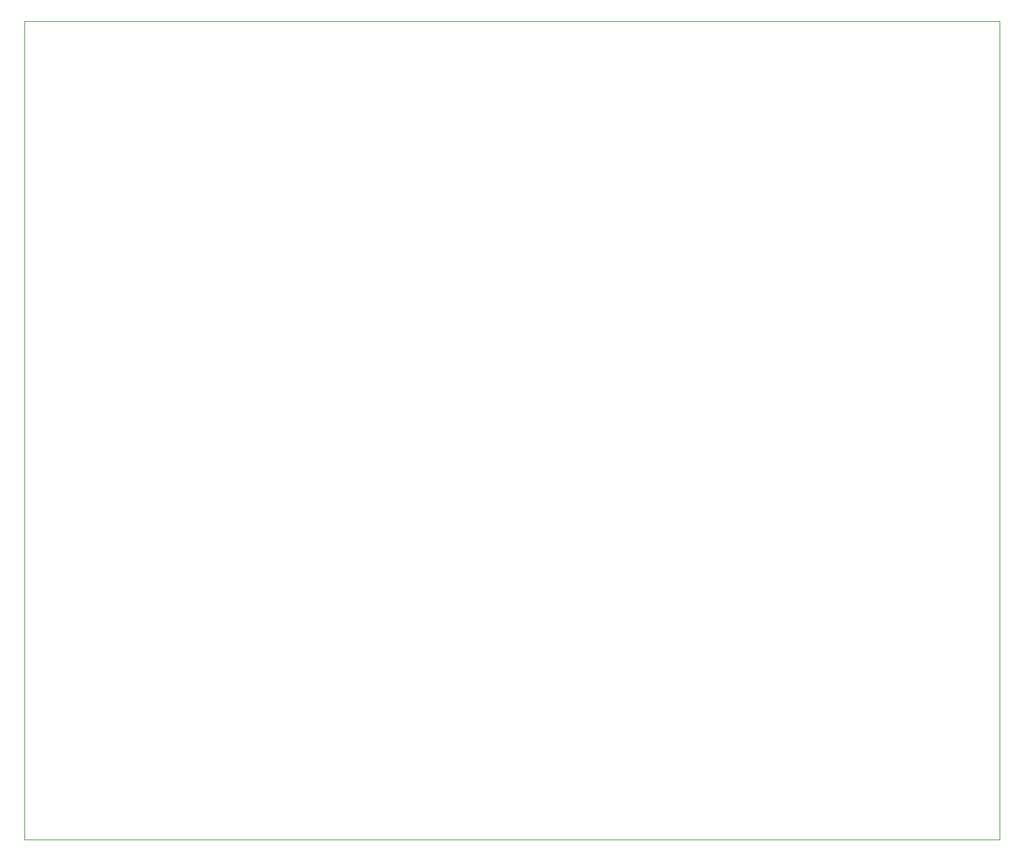
<source format=gbr>
%TF.GenerationSoftware,KiCad,Pcbnew,8.0.8*%
%TF.CreationDate,2025-08-11T17:01:41-07:00*%
%TF.ProjectId,bellamu,62656c6c-616d-4752-9e6b-696361645f70,rev?*%
%TF.SameCoordinates,Original*%
%TF.FileFunction,Profile,NP*%
%FSLAX46Y46*%
G04 Gerber Fmt 4.6, Leading zero omitted, Abs format (unit mm)*
G04 Created by KiCad (PCBNEW 8.0.8) date 2025-08-11 17:01:41*
%MOMM*%
%LPD*%
G01*
G04 APERTURE LIST*
%TA.AperFunction,Profile*%
%ADD10C,0.050000*%
%TD*%
G04 APERTURE END LIST*
D10*
X76900000Y-49200000D02*
X201900000Y-49200000D01*
X201900000Y-154200000D01*
X76900000Y-154200000D01*
X76900000Y-49200000D01*
M02*

</source>
